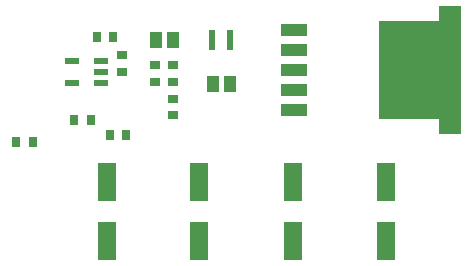
<source format=gtp>
G04*
G04 #@! TF.GenerationSoftware,Altium Limited,Altium Designer,23.3.1 (30)*
G04*
G04 Layer_Color=8421504*
%FSLAX25Y25*%
%MOIN*%
G70*
G04*
G04 #@! TF.SameCoordinates,276AF690-C454-4130-B770-83727FADBF24*
G04*
G04*
G04 #@! TF.FilePolarity,Positive*
G04*
G01*
G75*
%ADD14R,0.03150X0.03543*%
%ADD15R,0.06299X0.12598*%
%ADD16R,0.03543X0.03150*%
%ADD17R,0.02362X0.07087*%
%ADD18R,0.04331X0.05512*%
%ADD19R,0.04528X0.02362*%
%ADD20R,0.20000X0.32795*%
%ADD21R,0.07520X0.42520*%
%ADD22R,0.08504X0.04213*%
D14*
X358012Y313000D02*
D03*
X352500D02*
D03*
X371988Y320500D02*
D03*
X377500D02*
D03*
X383744Y315372D02*
D03*
X389256D02*
D03*
X385000Y348000D02*
D03*
X379488D02*
D03*
D15*
X413500Y280157D02*
D03*
Y299843D02*
D03*
X445000Y280157D02*
D03*
Y299843D02*
D03*
X476000Y280157D02*
D03*
Y299843D02*
D03*
X383000Y280157D02*
D03*
Y299843D02*
D03*
D16*
X399000Y333244D02*
D03*
Y338756D02*
D03*
X388000Y342000D02*
D03*
Y336488D02*
D03*
X405000Y327500D02*
D03*
Y321988D02*
D03*
X405000Y338756D02*
D03*
Y333244D02*
D03*
D17*
X424000Y347000D02*
D03*
X417701D02*
D03*
D18*
X399047Y347000D02*
D03*
X404953D02*
D03*
X423953Y332500D02*
D03*
X418047D02*
D03*
D19*
X371079Y332760D02*
D03*
Y340240D02*
D03*
X380921D02*
D03*
Y336500D02*
D03*
Y332760D02*
D03*
D20*
X483500Y337000D02*
D03*
D21*
X497260D02*
D03*
D22*
X445232Y323614D02*
D03*
Y330307D02*
D03*
Y337000D02*
D03*
Y343693D02*
D03*
Y350386D02*
D03*
M02*

</source>
